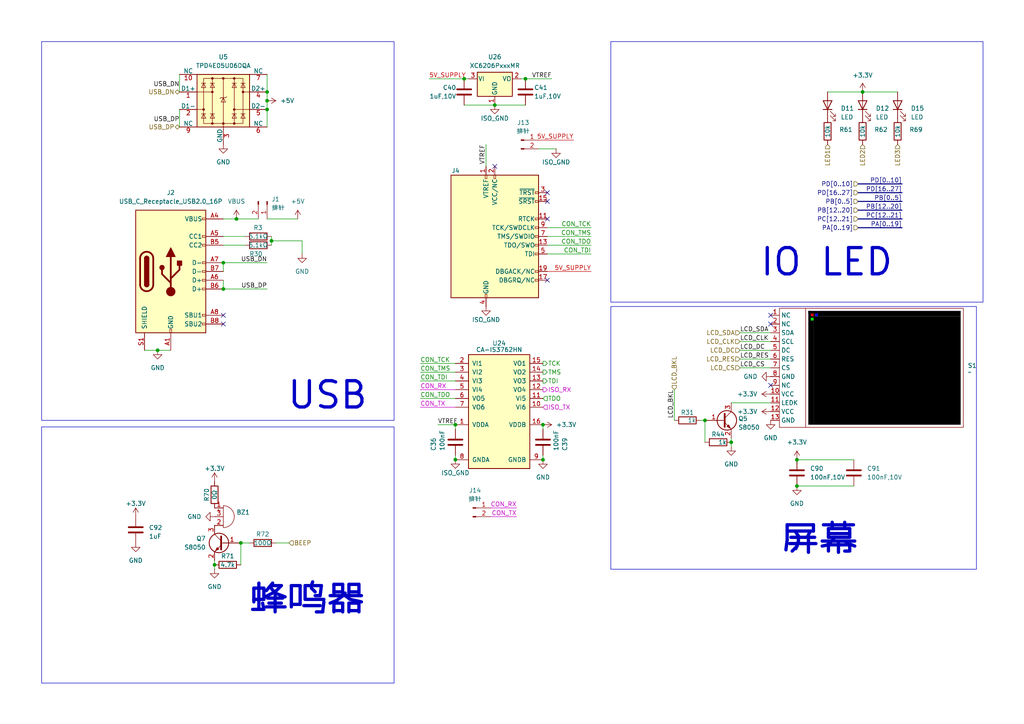
<source format=kicad_sch>
(kicad_sch (version 20250114) (generator "eeschema") (generator_version "9.0")
  (paper "A4")
  (title_block (title "HPM6P41_BuckBoost") (date "2025-05-05") (rev "4") (company "Author: Alipay"))
  (lib_symbols
    (symbol "+3.3V_1" (power) (pin_numbers (hide yes)) (pin_names (offset 0) (hide yes))
      (property "Value" "+3.3V" (at 0 3.556 0))
      (symbol "+3.3V_1_0_1"
        (polyline (pts (xy -0.762 1.27) (xy 0 2.54)))
        (polyline (pts (xy 0 2.54) (xy 0.762 1.27)))
        (polyline (pts (xy 0 0) (xy 0 2.54)))
      )
      (symbol "+3.3V_1_1_1"
        (pin power_in line (at 0 0 90) (length 0) (name "~") (number "1"))
      )
    )
    (symbol "1MyModules:1.14inchLCD"
      (property "Reference" "S" (at 5.588 3.81 90))
      (symbol "1.14inchLCD_0_1"
        (rectangle (start 0 5.842) (end 53.34 -28.702))
        (polyline (pts (xy 7.62 -28.702) (xy 7.62 5.842)))
      )
      (symbol "1.14inchLCD_1_1"
        (rectangle (start 8.382 5.08) (end 9.144 2.286) (stroke (width -0.0001)) (fill (type color) (color 0 0 0 1)))
        (rectangle (start 8.382 4.318) (end 11.176 5.08) (stroke (width -0.0001)) (fill (type color) (color 0 0 0 1)))
        (rectangle (start 8.382 2.286) (end 9.906 -27.94) (stroke (width -0.0001)) (fill (type color) (color 0 0 0 1)))
        (rectangle (start 9.144 4.318) (end 9.906 3.556) (stroke (width -0.0001)) (fill (type color) (color 255 0 0 1)))
        (rectangle (start 9.144 3.556) (end 9.906 3.048) (stroke (width -0.0001)) (fill (type color) (color 0 0 0 1)))
        (rectangle (start 9.144 3.048) (end 9.906 2.286) (stroke (width -0.0001)) (fill (type color) (color 0 255 0 1)))
        (rectangle (start 9.906 3.556) (end 10.414 4.318) (stroke (width -0.0001)) (fill (type color) (color 0 0 0 1)))
        (rectangle (start 9.906 3.556) (end 52.578 -27.94) (stroke (width -0.0001)) (fill (type color) (color 0 0 0 1)))
        (rectangle (start 10.414 4.318) (end 11.176 3.556) (stroke (width -0.0001)) (fill (type color) (color 0 0 255 1)))
        (rectangle (start 11.176 5.08) (end 52.578 3.556) (stroke (width -0.0001)) (fill (type color) (color 0 0 0 1)))
        (pin passive line (at -2.54 3.81 0) (length 2.54) (name "NC") (number "1"))
        (pin passive line (at -2.54 1.27 0) (length 2.54) (name "NC") (number "2"))
        (pin input line (at -2.54 -1.27 0) (length 2.54) (name "SDA") (number "3"))
        (pin input line (at -2.54 -3.81 0) (length 2.54) (name "SCL") (number "4"))
        (pin input line (at -2.54 -6.35 0) (length 2.54) (name "DC") (number "5"))
        (pin input line (at -2.54 -8.89 0) (length 2.54) (name "RES") (number "6"))
        (pin input line (at -2.54 -11.43 0) (length 2.54) (name "CS") (number "7"))
        (pin power_in line (at -2.54 -13.97 0) (length 2.54) (name "GND") (number "8"))
        (pin passive line (at -2.54 -16.51 0) (length 2.54) (name "NC") (number "9"))
        (pin power_in line (at -2.54 -19.05 0) (length 2.54) (name "VCC") (number "10"))
        (pin power_in line (at -2.54 -21.59 0) (length 2.54) (name "LEDK") (number "11"))
        (pin power_in line (at -2.54 -24.13 0) (length 2.54) (name "VCC") (number "12"))
        (pin power_in line (at -2.54 -26.67 0) (length 2.54) (name "GND") (number "13"))
      )
    )
    (symbol "1MyRandom:S8050" (pin_names (offset 0) (hide yes))
      (property "Reference" "Q1" (at 5.08 0.635 0))
      (property "Value" "S8050" (at 5.08 -1.905 0))
      (symbol "S8050_0_1"
        (polyline (pts (xy 0 0) (xy 0.635 0)))
        (polyline (pts (xy 0.635 1.905) (xy 0.635 -1.905) (xy 0.635 -1.905)) (stroke (width 0.508)))
        (polyline (pts (xy 0.635 0.635) (xy 2.54 2.54)))
        (polyline (pts (xy 0.635 -0.635) (xy 2.54 -2.54) (xy 2.54 -2.54)))
        (circle (center 1.27 0) (radius 2.8194) (stroke (width 0.254)))
        (polyline (pts (xy 1.27 -1.778) (xy 1.778 -1.27) (xy 2.286 -2.286) (xy 1.27 -1.778) (xy 1.27 -1.778)) (fill (type outline)))
      )
      (symbol "S8050_1_1"
        (pin input line (at -5.08 0 0) (length 5.08) (name "B") (number "1"))
        (pin passive line (at 2.54 5.08 270) (length 2.54) (name "C") (number "3"))
        (pin passive line (at 2.54 -5.08 90) (length 2.54) (name "E") (number "2"))
      )
    )
    (symbol "1MySymblesFromLCSC:Buzzer_DummyPIn3" (pin_names (offset 0.0254) (hide yes))
      (property "Reference" "BZ" (at 3.81 1.27 0))
      (property "Value" "Buzzer_DummyPIn3" (at 3.81 -1.27 0))
      (symbol "Buzzer_DummyPIn3_0_1"
        (polyline (pts (xy -1.651 1.905) (xy -1.143 1.905)))
        (polyline (pts (xy -1.397 2.159) (xy -1.397 1.651)))
        (arc (start 0 3.175) (mid 3.1612 0) (end 0 -3.175))
        (polyline (pts (xy 0 3.175) (xy 0 -3.175)))
      )
      (symbol "Buzzer_DummyPIn3_1_1"
        (pin passive line (at -2.54 2.54 0) (length 2.54) (name "+") (number "1"))
        (pin passive line (at -2.54 0 0) (length 2.54) (name "DUM") (number "3"))
        (pin passive line (at -2.54 -2.54 0) (length 2.54) (name "-") (number "2"))
      )
    )
    (symbol "CA-IS3762HN:CA-IS3762HN" (pin_names (offset 1.0142))
      (property "Reference" "U24" (at 0 19.812 0))
      (property "Value" "CA-IS3762HN" (at 0 17.9577 0))
      (symbol "CA-IS3762HN_1_1"
        (rectangle (start -8.89 -16.51) (end 8.89 16.51) (stroke (width 0.254)) (fill (type background)))
        (pin passive line (at -12.7 13.97 0) (length 3.81) (name "VI1") (number "2"))
        (pin passive line (at -12.7 11.43 0) (length 3.81) (name "VI2") (number "3"))
        (pin passive line (at -12.7 8.89 0) (length 3.81) (name "VI3") (number "4"))
        (pin passive line (at -12.7 6.35 0) (length 3.81) (name "VI4") (number "5"))
        (pin passive line (at -12.7 3.81 0) (length 3.81) (name "VO5") (number "6"))
        (pin passive line (at -12.7 1.27 0) (length 3.81) (name "VO6") (number "7"))
        (pin passive line (at -12.7 -3.81 0) (length 3.81) (name "VDDA") (number "1"))
        (pin passive line (at -12.7 -13.97 0) (length 3.81) (name "GNDA") (number "8"))
        (pin passive line (at 12.7 13.97 180) (length 3.81) (name "VO1") (number "15"))
        (pin passive line (at 12.7 11.43 180) (length 3.81) (name "VO2") (number "14"))
        (pin passive line (at 12.7 8.89 180) (length 3.81) (name "VO3") (number "13"))
        (pin passive line (at 12.7 6.35 180) (length 3.81) (name "VO4") (number "12"))
        (pin passive line (at 12.7 3.81 180) (length 3.81) (name "VI5") (number "11"))
        (pin passive line (at 12.7 1.27 180) (length 3.81) (name "VI6") (number "10"))
        (pin passive line (at 12.7 -3.81 180) (length 3.81) (name "VDDB") (number "16"))
        (pin passive line (at 12.7 -13.97 180) (length 3.81) (name "GNDB") (number "9"))
      )
    )
    (symbol "Connector:Conn_01x02_Pin" (pin_names (offset 1.016) (hide yes))
      (property "Reference" "J" (at 0 2.54 0))
      (property "Value" "Conn_01x02_Pin" (at 0 -5.08 0))
      (symbol "Conn_01x02_Pin_1_1"
        (rectangle (start 0.8636 0.127) (end 0 -0.127) (stroke (width 0.1524)) (fill (type outline)))
        (rectangle (start 0.8636 -2.413) (end 0 -2.667) (stroke (width 0.1524)) (fill (type outline)))
        (polyline (pts (xy 1.27 0) (xy 0.8636 0)) (stroke (width 0.1524)))
        (polyline (pts (xy 1.27 -2.54) (xy 0.8636 -2.54)) (stroke (width 0.1524)))
        (pin passive line (at 5.08 0 180) (length 3.81) (name "Pin_1") (number "1"))
        (pin passive line (at 5.08 -2.54 180) (length 3.81) (name "Pin_2") (number "2"))
      )
    )
    (symbol "Connector:Conn_ARM_JTAG_SWD_20" (pin_names (offset 1.016))
      (property "Reference" "J" (at -5.08 21.59 0))
      (property "Value" "Conn_ARM_JTAG_SWD_20" (at -5.08 19.05 0))
      (symbol "Conn_ARM_JTAG_SWD_20_0_1"
        (rectangle (start -12.7 17.78) (end 12.7 -17.78) (stroke (width 0.254)) (fill (type background)))
        (rectangle (start -2.794 17.78) (end -2.286 16.764))
        (rectangle (start -2.794 -17.78) (end -2.286 -16.764))
        (rectangle (start -0.254 17.78) (end 0.254 16.764))
        (rectangle (start 11.684 2.286) (end 12.7 2.794))
        (rectangle (start 12.7 12.954) (end 11.684 12.446))
        (rectangle (start 12.7 10.414) (end 11.684 9.906))
        (rectangle (start 12.7 4.826) (end 11.684 5.334))
        (rectangle (start 12.7 -0.254) (end 11.684 0.254))
        (rectangle (start 12.7 -2.794) (end 11.684 -2.286))
        (rectangle (start 12.7 -9.906) (end 11.684 -10.414))
        (rectangle (start 12.7 -12.446) (end 11.684 -12.954))
      )
      (symbol "Conn_ARM_JTAG_SWD_20_1_1"
        (rectangle (start 11.684 -5.334) (end 12.7 -4.826))
        (pin power_in line (at -2.54 20.32 270) (length 2.54) (name "VTREF") (number "1"))
        (pin passive line (at -2.54 -20.32 90) (length 2.54) (hide yes) (name "GND") (number "10"))
        (pin passive line (at -2.54 -20.32 90) (length 2.54) (hide yes) (name "GND") (number "12"))
        (pin passive line (at -2.54 -20.32 90) (length 2.54) (hide yes) (name "GND") (number "14"))
        (pin passive line (at -2.54 -20.32 90) (length 2.54) (hide yes) (name "GND") (number "16"))
        (pin passive line (at -2.54 -20.32 90) (length 2.54) (hide yes) (name "GND") (number "18"))
        (pin passive line (at -2.54 -20.32 90) (length 2.54) (hide yes) (name "GND") (number "20"))
        (pin power_in line (at -2.54 -20.32 90) (length 2.54) (name "GND") (number "4"))
        (pin passive line (at -2.54 -20.32 90) (length 2.54) (hide yes) (name "GND") (number "6"))
        (pin passive line (at -2.54 -20.32 90) (length 2.54) (hide yes) (name "GND") (number "8"))
        (pin power_in line (at 0 20.32 270) (length 2.54) (name "VCC/NC") (number "2"))
        (pin output line (at 15.24 12.7 180) (length 2.54) (name "~{TRST}") (number "3"))
        (pin bidirectional line (at 15.24 10.16 180) (length 2.54) (name "~{SRST}") (number "15"))
        (pin input line (at 15.24 5.08 180) (length 2.54) (name "RTCK") (number "11"))
        (pin output line (at 15.24 2.54 180) (length 2.54) (name "TCK/SWDCLK") (number "9"))
        (pin output line (at 15.24 0 180) (length 2.54) (name "TMS/SWDIO") (number "7"))
        (pin input line (at 15.24 -2.54 180) (length 2.54) (name "TDO/SWO") (number "13"))
        (pin output line (at 15.24 -5.08 180) (length 2.54) (name "TDI") (number "5"))
        (pin input line (at 15.24 -10.16 180) (length 2.54) (name "DBGACK/NC") (number "19"))
        (pin output line (at 15.24 -12.7 180) (length 2.54) (name "DBGRQ/NC") (number "17"))
      )
    )
    (symbol "Connector:USB_C_Receptacle_USB2.0_16P" (pin_names (offset 1.016))
      (property "Reference" "J" (at 0 22.225 0))
      (property "Value" "USB_C_Receptacle_USB2.0_16P" (at 0 19.685 0))
      (symbol "USB_C_Receptacle_USB2.0_16P_0_0"
        (rectangle (start -0.254 -17.78) (end 0.254 -16.764))
        (rectangle (start 10.16 15.494) (end 9.144 14.986))
        (rectangle (start 10.16 10.414) (end 9.144 9.906))
        (rectangle (start 10.16 7.874) (end 9.144 7.366))
        (rectangle (start 10.16 2.794) (end 9.144 2.286))
        (rectangle (start 10.16 0.254) (end 9.144 -0.254))
        (rectangle (start 10.16 -2.286) (end 9.144 -2.794))
        (rectangle (start 10.16 -4.826) (end 9.144 -5.334))
        (rectangle (start 10.16 -12.446) (end 9.144 -12.954))
        (rectangle (start 10.16 -14.986) (end 9.144 -15.494))
      )
      (symbol "USB_C_Receptacle_USB2.0_16P_0_1"
        (rectangle (start -10.16 17.78) (end 10.16 -17.78) (stroke (width 0.254)) (fill (type background)))
        (polyline (pts (xy -8.89 -3.81) (xy -8.89 3.81)) (stroke (width 0.508)))
        (rectangle (start -7.62 -3.81) (end -6.35 3.81) (stroke (width 0.254)) (fill (type outline)))
        (arc (start -7.62 3.81) (mid -6.985 4.4423) (end -6.35 3.81) (stroke (width 0.254)))
        (arc (start -7.62 3.81) (mid -6.985 4.4423) (end -6.35 3.81) (stroke (width 0.254)) (fill (type outline)))
        (arc (start -8.89 3.81) (mid -6.985 5.7067) (end -5.08 3.81) (stroke (width 0.508)))
        (arc (start -5.08 -3.81) (mid -6.985 -5.7067) (end -8.89 -3.81) (stroke (width 0.508)))
        (arc (start -6.35 -3.81) (mid -6.985 -4.4423) (end -7.62 -3.81) (stroke (width 0.254)))
        (arc (start -6.35 -3.81) (mid -6.985 -4.4423) (end -7.62 -3.81) (stroke (width 0.254)) (fill (type outline)))
        (polyline (pts (xy -5.08 3.81) (xy -5.08 -3.81)) (stroke (width 0.508)))
        (circle (center -2.54 1.143) (radius 0.635) (stroke (width 0.254)) (fill (type outline)))
        (polyline (pts (xy -1.27 4.318) (xy 0 6.858) (xy 1.27 4.318) (xy -1.27 4.318)) (stroke (width 0.254)) (fill (type outline)))
        (polyline (pts (xy 0 -2.032) (xy 2.54 0.508) (xy 2.54 1.778)) (stroke (width 0.508)))
        (polyline (pts (xy 0 -3.302) (xy -2.54 -0.762) (xy -2.54 0.508)) (stroke (width 0.508)))
        (polyline (pts (xy 0 -5.842) (xy 0 4.318)) (stroke (width 0.508)))
        (circle (center 0 -5.842) (radius 1.27) (fill (type outline)))
        (rectangle (start 1.905 1.778) (end 3.175 3.048) (stroke (width 0.254)) (fill (type outline)))
      )
      (symbol "USB_C_Receptacle_USB2.0_16P_1_1"
        (pin passive line (at -7.62 -22.86 90) (length 5.08) (name "SHIELD") (number "S1"))
        (pin passive line (at 0 -22.86 90) (length 5.08) (name "GND") (number "A1"))
        (pin passive line (at 0 -22.86 90) (length 5.08) (hide yes) (name "GND") (number "A12"))
        (pin passive line (at 0 -22.86 90) (length 5.08) (hide yes) (name "GND") (number "B1"))
        (pin passive line (at 0 -22.86 90) (length 5.08) (hide yes) (name "GND") (number "B12"))
        (pin passive line (at 15.24 15.24 180) (length 5.08) (name "VBUS") (number "A4"))
        (pin passive line (at 15.24 15.24 180) (length 5.08) (hide yes) (name "VBUS") (number "A9"))
        (pin passive line (at 15.24 15.24 180) (length 5.08) (hide yes) (name "VBUS") (number "B4"))
        (pin passive line (at 15.24 15.24 180) (length 5.08) (hide yes) (name "VBUS") (number "B9"))
        (pin bidirectional line (at 15.24 10.16 180) (length 5.08) (name "CC1") (number "A5"))
        (pin bidirectional line (at 15.24 7.62 180) (length 5.08) (name "CC2") (number "B5"))
        (pin bidirectional line (at 15.24 2.54 180) (length 5.08) (name "D-") (number "A7"))
        (pin bidirectional line (at 15.24 0 180) (length 5.08) (name "D-") (number "B7"))
        (pin bidirectional line (at 15.24 -2.54 180) (length 5.08) (name "D+") (number "A6"))
        (pin bidirectional line (at 15.24 -5.08 180) (length 5.08) (name "D+") (number "B6"))
        (pin bidirectional line (at 15.24 -12.7 180) (length 5.08) (name "SBU1") (number "A8"))
        (pin bidirectional line (at 15.24 -15.24 180) (length 5.08) (name "SBU2") (number "B8"))
      )
    )
    (symbol "Device:C" (pin_numbers (hide yes)) (pin_names (offset 0.254))
      (property "Reference" "C" (at 0.635 2.54 0))
      (property "Value" "C" (at 0.635 -2.54 0))
      (symbol "C_0_1"
        (polyline (pts (xy -2.032 0.762) (xy 2.032 0.762)) (stroke (width 0.508)))
        (polyline (pts (xy -2.032 -0.762) (xy 2.032 -0.762)) (stroke (width 0.508)))
      )
      (symbol "C_1_1"
        (pin passive line (at 0 3.81 270) (length 2.794) (name "~") (number "1"))
        (pin passive line (at 0 -3.81 90) (length 2.794) (name "~") (number "2"))
      )
    )
    (symbol "Device:LED" (pin_numbers (hide yes)) (pin_names (offset 1.016) (hide yes))
      (property "Reference" "D" (at 0 2.54 0))
      (property "Value" "LED" (at 0 -2.54 0))
      (symbol "LED_0_1"
        (polyline (pts (xy -3.048 -0.762) (xy -4.572 -2.286) (xy -3.81 -2.286) (xy -4.572 -2.286) (xy -4.572 -1.524)))
        (polyline (pts (xy -1.778 -0.762) (xy -3.302 -2.286) (xy -2.54 -2.286) (xy -3.302 -2.286) (xy -3.302 -1.524)))
        (polyline (pts (xy -1.27 0) (xy 1.27 0)))
        (polyline (pts (xy -1.27 -1.27) (xy -1.27 1.27)) (stroke (width 0.254)))
        (polyline (pts (xy 1.27 -1.27) (xy 1.27 1.27) (xy -1.27 0) (xy 1.27 -1.27)) (stroke (width 0.254)))
      )
      (symbol "LED_1_1"
        (pin passive line (at -3.81 0 0) (length 2.54) (name "K") (number "1"))
        (pin passive line (at 3.81 0 180) (length 2.54) (name "A") (number "2"))
      )
    )
    (symbol "Device:R" (pin_numbers (hide yes)) (pin_names (offset 0))
      (property "Reference" "R" (at 2.032 0 90))
      (property "Value" "R" (at 0 0 90))
      (symbol "R_0_1"
        (rectangle (start -1.016 -2.54) (end 1.016 2.54) (stroke (width 0.254)))
      )
      (symbol "R_1_1"
        (pin passive line (at 0 3.81 270) (length 1.27) (name "~") (number "1"))
        (pin passive line (at 0 -3.81 90) (length 1.27) (name "~") (number "2"))
      )
    )
    (symbol "GND_1" (power) (pin_numbers (hide yes)) (pin_names (offset 0) (hide yes))
      (property "Value" "GND" (at 0 -3.81 0))
      (symbol "GND_1_0_1"
        (polyline (pts (xy 0 0) (xy 0 -1.27) (xy 1.27 -1.27) (xy 0 -2.54) (xy -1.27 -1.27) (xy 0 -1.27)))
      )
      (symbol "GND_1_1_1"
        (pin power_in line (at 0 0 270) (length 0) (name "~") (number "1"))
      )
    )
    (symbol "GND_2" (power) (pin_numbers (hide yes)) (pin_names (offset 0) (hide yes))
      (property "Value" "GND" (at 0 -3.81 0))
      (symbol "GND_2_0_1"
        (polyline (pts (xy 0 0) (xy 0 -1.27) (xy 1.27 -1.27) (xy 0 -2.54) (xy -1.27 -1.27) (xy 0 -1.27)))
      )
      (symbol "GND_2_1_1"
        (pin power_in line (at 0 0 270) (length 0) (name "~") (number "1"))
      )
    )
    (symbol "Power_Protection:TPD4E05U06DQA" (pin_names (offset 0))
      (property "Reference" "U" (at -0.635 8.89 0))
      (property "Value" "TPD4E05U06DQA" (at 1.905 -10.16 0))
      (symbol "TPD4E05U06DQA_0_0"
        (rectangle (start -5.715 6.477) (end 5.715 -6.604))
        (polyline (pts (xy -3.175 -6.604) (xy -3.175 6.477)))
        (polyline (pts (xy 0 6.477) (xy 0 -6.604)))
        (polyline (pts (xy 3.175 6.477) (xy 3.175 -6.604)))
      )
      (symbol "TPD4E05U06DQA_0_1"
        (polyline (pts (xy -7.747 2.54) (xy -3.175 2.54)))
        (rectangle (start -7.62 7.62) (end 7.62 -7.62) (stroke (width 0.254)) (fill (type background)))
        (polyline (pts (xy -7.62 -2.54) (xy -5.715 -2.54)))
        (circle (center -5.715 -2.54) (radius 0.2794) (fill (type outline)))
        (polyline (pts (xy -5.08 5.08) (xy -6.35 5.08)))
        (polyline (pts (xy -5.08 3.81) (xy -6.35 3.81) (xy -5.715 5.08) (xy -5.08 3.81)))
        (polyline (pts (xy -5.08 -3.81) (xy -6.35 -3.81)))
        (polyline (pts (xy -5.08 -5.08) (xy -6.35 -5.08) (xy -5.715 -3.81) (xy -5.08 -5.08)))
        (circle (center -3.175 6.477) (radius 0.2794) (fill (type outline)))
        (circle (center -3.175 2.54) (radius 0.2794) (fill (type outline)))
        (circle (center -3.175 -6.604) (radius 0.2794) (fill (type outline)))
        (polyline (pts (xy -2.54 5.08) (xy -3.81 5.08)))
        (polyline (pts (xy -2.54 3.81) (xy -3.81 3.81) (xy -3.175 5.08) (xy -2.54 3.81)))
        (polyline (pts (xy -2.54 -3.81) (xy -3.81 -3.81)))
        (polyline (pts (xy -2.54 -5.08) (xy -3.81 -5.08) (xy -3.175 -3.81) (xy -2.54 -5.08)))
        (polyline (pts (xy -0.635 0.889) (xy -1.016 0.635)))
        (circle (center 0 6.477) (radius 0.2794) (fill (type outline)))
        (polyline (pts (xy 0 -6.604) (xy 0 -7.62)))
        (circle (center 0 -6.604) (radius 0.2794) (fill (type outline)))
        (polyline (pts (xy 0.635 0.889) (xy -0.635 0.889)))
        (polyline (pts (xy 0.635 0.889) (xy 1.016 1.143)))
        (polyline (pts (xy 0.635 -0.381) (xy -0.635 -0.381) (xy 0 0.889) (xy 0.635 -0.381)))
        (circle (center 3.175 6.477) (radius 0.2794) (fill (type outline)))
        (circle (center 3.175 -2.54) (radius 0.2794) (fill (type outline)))
        (circle (center 3.175 -6.604) (radius 0.2794) (fill (type outline)))
        (polyline (pts (xy 3.81 5.08) (xy 2.54 5.08)))
        (polyline (pts (xy 3.81 3.81) (xy 2.54 3.81) (xy 3.175 5.08) (xy 3.81 3.81)))
        (polyline (pts (xy 3.81 -3.81) (xy 2.54 -3.81)))
        (polyline (pts (xy 3.81 -5.08) (xy 2.54 -5.08) (xy 3.175 -3.81) (xy 3.81 -5.08)))
        (circle (center 5.715 2.54) (radius 0.2794) (fill (type outline)))
        (polyline (pts (xy 6.35 5.08) (xy 5.08 5.08)))
        (polyline (pts (xy 6.35 3.81) (xy 5.08 3.81) (xy 5.715 5.08) (xy 6.35 3.81)))
        (polyline (pts (xy 6.35 -3.81) (xy 5.08 -3.81)))
        (polyline (pts (xy 6.35 -5.08) (xy 5.08 -5.08) (xy 5.715 -3.81) (xy 6.35 -5.08)))
        (polyline (pts (xy 7.62 2.54) (xy 5.715 2.54)))
        (polyline (pts (xy 7.62 -2.54) (xy 3.175 -2.54)))
      )
      (symbol "TPD4E05U06DQA_1_1"
        (pin free line (at -12.7 7.62 0) (length 5.08) (name "NC") (number "10"))
        (pin passive line (at -12.7 2.54 0) (length 5.08) (name "D1+") (number "1"))
        (pin passive line (at -12.7 -2.54 0) (length 5.08) (name "D1-") (number "2"))
        (pin free line (at -12.7 -7.62 0) (length 5.08) (name "NC") (number "9"))
        (pin power_in line (at 0 -12.7 90) (length 5.08) (name "GND") (number "3"))
        (pin passive line (at 0 -12.7 90) (length 5.08) (hide yes) (name "GND") (number "8"))
        (pin free line (at 12.7 7.62 180) (length 5.08) (name "NC") (number "7"))
        (pin passive line (at 12.7 2.54 180) (length 5.08) (name "D2+") (number "4"))
        (pin passive line (at 12.7 -2.54 180) (length 5.08) (name "D2-") (number "5"))
        (pin free line (at 12.7 -7.62 180) (length 5.08) (name "NC") (number "6"))
      )
    )
    (symbol "Regulator_Linear:XC6206PxxxMR" (pin_names (offset 0.254))
      (property "Reference" "U" (at -3.81 3.175 0))
      (property "Value" "XC6206PxxxMR" (at 0 3.175 0))
      (symbol "XC6206PxxxMR_0_1"
        (rectangle (start -5.08 1.905) (end 5.08 -5.08) (stroke (width 0.254)) (fill (type background)))
      )
      (symbol "XC6206PxxxMR_1_1"
        (pin power_in line (at -7.62 0 0) (length 2.54) (name "VI") (number "3"))
        (pin power_in line (at 0 -7.62 90) (length 2.54) (name "GND") (number "1"))
        (pin power_out line (at 7.62 0 180) (length 2.54) (name "VO") (number "2"))
      )
    )
    (symbol "power:+3.3V" (power) (pin_names (offset 0))
      (property "Value" "+3.3V" (at 0 3.556 0))
      (symbol "+3.3V_0_1"
        (polyline (pts (xy -0.762 1.27) (xy 0 2.54)))
        (polyline (pts (xy 0 2.54) (xy 0.762 1.27)))
        (polyline (pts (xy 0 0) (xy 0 2.54)))
      )
      (symbol "+3.3V_1_1"
        (pin power_in line (at 0 0 90) (length 0) (hide yes) (name "+3.3V") (number "1"))
      )
    )
    (symbol "power:+3.3VP" (power) (pin_numbers (hide yes)) (pin_names (offset 0) (hide yes))
      (property "Value" "+3.3VP" (at 0 3.556 0))
      (symbol "+3.3VP_0_0"
        (pin power_in line (at 0 0 90) (length 0) (name "~") (number "1"))
      )
      (symbol "+3.3VP_0_1"
        (polyline (pts (xy -0.762 1.27) (xy 0 2.54)))
        (polyline (pts (xy 0 2.54) (xy 0.762 1.27)))
        (polyline (pts (xy 0 0) (xy 0 2.54)))
      )
    )
    (symbol "power:+5V" (power) (pin_numbers (hide yes)) (pin_names (offset 0) (hide yes))
      (property "Value" "+5V" (at 0 3.556 0))
      (symbol "+5V_0_1"
        (polyline (pts (xy -0.762 1.27) (xy 0 2.54)))
        (polyline (pts (xy 0 2.54) (xy 0.762 1.27)))
        (polyline (pts (xy 0 0) (xy 0 2.54)))
      )
      (symbol "+5V_1_1"
        (pin power_in line (at 0 0 90) (length 0) (name "~") (number "1"))
      )
    )
    (symbol "power:VBUS" (power) (pin_numbers (hide yes)) (pin_names (offset 0) (hide yes))
      (property "Value" "VBUS" (at 0 3.556 0))
      (symbol "VBUS_0_1"
        (polyline (pts (xy -0.762 1.27) (xy 0 2.54)))
        (polyline (pts (xy 0 2.54) (xy 0.762 1.27)))
        (polyline (pts (xy 0 0) (xy 0 2.54)))
      )
      (symbol "VBUS_1_1"
        (pin power_in line (at 0 0 90) (length 0) (name "~") (number "1"))
      )
    )
  )
  (rectangle (start 177.165 88.9) (end 283.21 165.1))
  (rectangle (start 12.065 123.825) (end 114.3 198.12))
  (rectangle (start 12.065 12.065) (end 114.3 121.92))
  (rectangle (start 177.165 12.065) (end 285.115 87.63))
  (text "IO LED" (at 239.776 76.2 0) (effects (font (size 7.62 7.62) (thickness 0.9525))))
  (text "USB" (at 94.996 114.808 0) (effects (font (size 7.62 7.62) (thickness 0.9525))))
  (text "蜂鸣器" (at 89.408 174.244 0) (effects (font (size 7.62 7.62) (thickness 0.9525))))
  (text "屏幕" (at 237.744 156.972 0) (effects (font (size 7.62 7.62) (thickness 0.9525))))
  (junction (at 64.77 76.2))
  (junction (at 68.58 63.5))
  (junction (at 69.85 157.48))
  (junction (at 62.23 163.83))
  (junction (at 77.47 29.21))
  (junction (at 212.09 128.27))
  (junction (at 250.19 26.67))
  (junction (at 231.14 140.97))
  (junction (at 77.47 31.75))
  (junction (at 134.62 22.86))
  (junction (at 78.74 69.85))
  (junction (at 204.47 121.92))
  (junction (at 77.47 26.67))
  (junction (at 45.72 101.6))
  (junction (at 64.77 83.82))
  (junction (at 157.48 133.35))
  (junction (at 143.51 30.48))
  (junction (at 132.08 133.3162))
  (junction (at 157.48 123.19))
  (junction (at 132.08 123.19))
  (junction (at 152.4 22.86))
  (junction (at 231.14 133.35))
  (no_connect (at 143.51 48.26))
  (no_connect (at 64.77 93.98))
  (no_connect (at 64.77 91.44))
  (no_connect (at 158.75 55.88))
  (no_connect (at 223.52 111.76))
  (no_connect (at 158.75 63.5))
  (no_connect (at 158.75 58.42))
  (no_connect (at 158.75 81.28))
  (no_connect (at 223.52 91.44))
  (no_connect (at 223.52 93.98))
  (wire (pts (xy 171.45 71.12) (xy 158.75 71.12)))
  (wire (pts (xy 160.02 22.86) (xy 152.4 22.86)))
  (wire (pts (xy 121.92 113.03) (xy 132.08 113.03)) (stroke (width 0) (color 194 0 194 1)))
  (wire (pts (xy 214.63 96.52) (xy 223.52 96.52)))
  (wire (pts (xy 121.92 105.41) (xy 132.08 105.41)))
  (bus (pts (xy 248.92 58.42) (xy 261.62 58.42)))
  (wire (pts (xy 127 123.19) (xy 132.08 123.19)))
  (wire (pts (xy 121.92 110.49) (xy 132.08 110.49)))
  (wire (pts (xy 77.47 29.21) (xy 77.47 31.75)))
  (wire (pts (xy 231.14 140.97) (xy 247.65 140.97)))
  (wire (pts (xy 78.74 68.58) (xy 78.74 69.85)))
  (wire (pts (xy 121.92 115.57) (xy 132.08 115.57)))
  (wire (pts (xy 134.62 30.48) (xy 143.51 30.48)))
  (wire (pts (xy 212.09 116.84) (xy 223.52 116.84)))
  (wire (pts (xy 64.77 81.28) (xy 64.77 83.82)))
  (wire (pts (xy 62.23 163.83) (xy 62.23 162.56)))
  (wire (pts (xy 143.51 30.48) (xy 152.4 30.48)))
  (bus (pts (xy 248.92 66.04) (xy 261.62 66.04)))
  (wire (pts (xy 240.03 26.67) (xy 250.19 26.67)))
  (wire (pts (xy 158.75 78.74) (xy 171.45 78.74)) (stroke (width 0) (color 194 0 0 1)))
  (wire (pts (xy 64.77 63.5) (xy 68.58 63.5)))
  (wire (pts (xy 78.74 69.85) (xy 87.63 69.85)))
  (wire (pts (xy 214.63 106.68) (xy 223.52 106.68)))
  (wire (pts (xy 64.77 76.2) (xy 64.77 78.74)))
  (wire (pts (xy 87.63 69.85) (xy 87.63 73.66)))
  (bus (pts (xy 248.92 63.5) (xy 261.62 63.5)))
  (wire (pts (xy 156.21 43.18) (xy 161.29 43.18)))
  (wire (pts (xy 77.47 76.2) (xy 64.77 76.2)))
  (wire (pts (xy 62.23 165.1) (xy 62.23 163.83)))
  (wire (pts (xy 157.48 123.19) (xy 157.48 124.46)))
  (wire (pts (xy 121.92 118.11) (xy 132.08 118.11)) (stroke (width 0) (color 194 0 194 1)))
  (wire (pts (xy 77.47 31.75) (xy 77.47 36.83)))
  (wire (pts (xy 52.07 21.59) (xy 52.07 26.67)))
  (wire (pts (xy 41.91 101.6) (xy 45.72 101.6)))
  (wire (pts (xy 171.45 68.58) (xy 158.75 68.58)))
  (wire (pts (xy 64.77 71.12) (xy 71.12 71.12)))
  (wire (pts (xy 52.07 31.75) (xy 52.07 36.83)))
  (wire (pts (xy 45.72 101.6) (xy 49.53 101.6)))
  (wire (pts (xy 124.46 22.86) (xy 134.62 22.86)))
  (wire (pts (xy 80.01 157.48) (xy 83.82 157.48)))
  (wire (pts (xy 64.77 68.58) (xy 71.12 68.58)))
  (wire (pts (xy 157.48 132.08) (xy 157.48 133.35)))
  (wire (pts (xy 132.08 133.3162) (xy 132.08 133.35)))
  (wire (pts (xy 212.09 128.27) (xy 212.09 127)))
  (wire (pts (xy 140.97 41.91) (xy 140.97 48.26)))
  (wire (pts (xy 149.86 149.86) (xy 142.24 149.86)) (stroke (width 0) (color 194 0 194 1)))
  (wire (pts (xy 132.08 123.19) (xy 132.08 124.46)))
  (wire (pts (xy 69.85 157.48) (xy 72.39 157.48)))
  (wire (pts (xy 77.47 21.59) (xy 77.47 26.67)))
  (wire (pts (xy 231.14 133.35) (xy 247.65 133.35)))
  (wire (pts (xy 77.47 26.67) (xy 77.47 29.21)))
  (bus (pts (xy 248.92 53.34) (xy 261.62 53.34)))
  (wire (pts (xy 214.63 101.6) (xy 223.52 101.6)))
  (wire (pts (xy 250.19 26.67) (xy 260.35 26.67)))
  (wire (pts (xy 68.58 63.5) (xy 74.93 63.5)))
  (wire (pts (xy 132.08 132.08) (xy 132.08 133.3162)))
  (wire (pts (xy 214.63 104.14) (xy 223.52 104.14)))
  (wire (pts (xy 149.86 147.32) (xy 142.24 147.32)) (stroke (width 0) (color 194 0 194 1)))
  (wire (pts (xy 166.37 40.64) (xy 156.21 40.64)) (stroke (width 0) (color 194 0 0 1)))
  (wire (pts (xy 77.47 83.82) (xy 64.77 83.82)))
  (bus (pts (xy 248.92 55.88) (xy 261.62 55.88)))
  (wire (pts (xy 171.45 73.66) (xy 158.75 73.66)))
  (wire (pts (xy 204.47 121.92) (xy 204.47 128.27)))
  (wire (pts (xy 171.45 66.04) (xy 158.75 66.04)))
  (wire (pts (xy 78.74 69.85) (xy 78.74 71.12)))
  (wire (pts (xy 134.62 22.86) (xy 135.89 22.86)))
  (wire (pts (xy 203.2 121.92) (xy 204.47 121.92)))
  (wire (pts (xy 69.85 163.83) (xy 69.85 157.48)))
  (wire (pts (xy 214.63 99.06) (xy 223.52 99.06)))
  (wire (pts (xy 152.4 22.86) (xy 151.13 22.86)))
  (wire (pts (xy 231.14 134.62) (xy 231.14 133.35)))
  (bus (pts (xy 248.92 60.96) (xy 261.62 60.96)))
  (wire (pts (xy 212.09 129.54) (xy 212.09 128.27)))
  (wire (pts (xy 121.92 107.95) (xy 132.08 107.95)))
  (wire (pts (xy 77.47 63.5) (xy 86.36 63.5)))
  (wire (pts (xy 195.58 113.03) (xy 195.58 121.92)))
  (label "5V_SUPPLY" (at 171.45 78.74 180))
  (label "5V_SUPPLY" (at 166.37 40.64 180))
  (label "USB_DP" (at 77.47 83.82 180))
  (label "LCD_SDA" (at 214.63 96.52 0))
  (label "PD[16..27]" (at 261.62 55.88 180))
  (label "LCD_CS" (at 214.63 106.68 0))
  (label "CON_RX" (at 121.92 113.03 0))
  (label "PA[0..19]" (at 261.62 66.04 180))
  (label "PC[12..21]" (at 261.62 63.5 180))
  (label "CON_TCK" (at 121.92 105.41 0))
  (label "LCD_RES" (at 214.63 104.14 0))
  (label "PB[12..20]" (at 261.62 60.96 180))
  (label "CON_TDO" (at 121.92 115.57 0))
  (label "5V_SUPPLY" (at 124.46 22.86 0))
  (label "USB_DN" (at 77.47 76.2 180))
  (label "CON_TDO" (at 171.45 71.12 180))
  (label "LCD_DC" (at 214.63 101.6 0))
  (label "CON_TX" (at 149.86 149.86 180))
  (label "CON_TCK" (at 171.45 66.04 180))
  (label "CON_TDI" (at 121.92 110.49 0))
  (label "PB[0..5]" (at 261.62 58.42 180))
  (label "USB_DP" (at 52.07 35.56 180))
  (label "CON_TDI" (at 171.45 73.66 180))
  (label "CON_TMS" (at 121.92 107.95 0))
  (label "VTREF" (at 160.02 22.86 180))
  (label "VTREF" (at 140.97 41.91 270))
  (label "LCD_BKL" (at 195.58 113.03 270))
  (label "LCD_CLK" (at 214.63 99.06 0))
  (label "VTREF" (at 127 123.19 0))
  (label "CON_TX" (at 121.92 118.11 0))
  (label "USB_DN" (at 52.07 25.4 180))
  (label "CON_TMS" (at 171.45 68.58 180))
  (label "PD[0..10]" (at 261.62 53.34 180))
  (label "CON_RX" (at 149.86 147.32 180))
  (hierarchical_label "PB[0..5]" (shape input) (at 248.92 58.42 180))
  (hierarchical_label "TCK" (shape output) (at 157.48 105.41 0))
  (hierarchical_label "ISO_TX" (shape input) (at 157.48 118.11 0))
  (hierarchical_label "PA[0..19]" (shape input) (at 248.92 66.04 180))
  (hierarchical_label "PC[12..21]" (shape input) (at 248.92 63.5 180))
  (hierarchical_label "LCD_DC" (shape input) (at 214.63 101.6 180))
  (hierarchical_label "LCD_CS" (shape input) (at 214.63 106.68 180))
  (hierarchical_label "PD[0..10]" (shape input) (at 248.92 53.34 180))
  (hierarchical_label "BEEP" (shape input) (at 83.82 157.48 0))
  (hierarchical_label "PD[16..27]" (shape input) (at 248.92 55.88 180))
  (hierarchical_label "TMS" (shape output) (at 157.48 107.95 0))
  (hierarchical_label "LED2" (shape input) (at 250.19 41.91 270))
  (hierarchical_label "USB_DP" (shape bidirectional) (at 52.07 36.83 180))
  (hierarchical_label "PB[12..20]" (shape input) (at 248.92 60.96 180))
  (hierarchical_label "ISO_RX" (shape output) (at 157.48 113.03 0))
  (hierarchical_label "LCD_BKL" (shape input) (at 195.58 113.03 90))
  (hierarchical_label "LED3" (shape input) (at 260.35 41.91 270))
  (hierarchical_label "TDI" (shape output) (at 157.48 110.49 0))
  (hierarchical_label "USB_DN" (shape bidirectional) (at 52.07 26.67 180))
  (hierarchical_label "LCD_RES" (shape input) (at 214.63 104.14 180))
  (hierarchical_label "LCD_CLK" (shape input) (at 214.63 99.06 180))
  (hierarchical_label "TDO" (shape input) (at 157.48 115.57 0))
  (hierarchical_label "LED1" (shape input) (at 240.03 41.91 270))
  (hierarchical_label "LCD_SDA" (shape input) (at 214.63 96.52 180))
  (symbol (lib_id "Device:R") (at 74.93 68.58 90) (mirror x) (unit 1)
    (property "Reference" "R3" (at 76.2 66.04 90) (effects (justify left)))
    (property "Value" "5.1kΩ" (at 74.93 68.58 90))
    (property "Footprint" "Resistor_SMD:R_0603_1608Metric" (effects (hide yes)))
  )
  (symbol (lib_id "Device:C") (at 39.37 153.67 0) (unit 1)
    (property "Reference" "C92" (at 43.18 153.035 0) (effects (justify left)))
    (property "Value" "1uF" (at 43.18 155.575 0) (effects (justify left)))
    (property "Footprint" "Capacitor_SMD:C_0603_1608Metric" (effects (hide yes)))
  )
  (symbol (lib_id "Device:R") (at 208.28 128.27 270) (unit 1)
    (property "Reference" "R44" (at 208.28 125.984 90))
    (property "Value" "1k" (at 209.55 128.27 90))
    (property "Footprint" "Resistor_SMD:R_0603_1608Metric" (effects (hide yes)))
  )
  (symbol (lib_id "power:+3.3VP") (at 231.14 133.35 0) (unit 1)
    (property "Reference" "#PWR0172" (effects (hide yes)))
    (property "Value" "+3.3V" (at 231.14 128.27 0))
    (property "Description" "Power symbol creates a global label with name \"+3.3VP\"" (effects (hide yes)))
  )
  (symbol (lib_name "GND_1") (lib_id "power:GND") (at 132.08 133.3162 0) (unit 1)
    (property "Reference" "#PWR0195" (effects (hide yes)))
    (property "Value" "ISO_GND" (at 132.08 137.16 0))
    (property "Description" "Power symbol creates a global label with name \"GND\" , ground" (effects (hide yes)))
  )
  (symbol (lib_id "Regulator_Linear:XC6206PxxxMR") (at 143.51 22.86 0) (unit 1)
    (property "Reference" "U26" (at 143.51 16.51 0))
    (property "Value" "XC6206PxxxMR" (at 143.51 19.05 0))
    (property "Footprint" "Package_TO_SOT_SMD:SOT-23-3" (effects (hide yes)))
    (property "Datasheet" "https://www.torexsemi.com/file/xc6206/XC6206.pdf" (effects (hide yes)))
    (property "Description" "Positive 60-250mA Low Dropout Regulator, Fixed Output, SOT-23" (effects (hide yes)))
  )
  (symbol (lib_id "Device:C") (at 157.48 128.27 0) (mirror x) (unit 1)
    (property "Reference" "C39" (at 163.83 130.81 90) (effects (justify right)))
    (property "Value" "100nF" (at 161.29 130.81 90) (effects (justify right)))
    (property "Footprint" "Capacitor_SMD:C_0603_1608Metric" (effects (hide yes)))
  )
  (symbol (lib_id "power:+3.3VP") (at 223.52 114.3 90) (unit 1)
    (property "Reference" "#PWR0168" (effects (hide yes)))
    (property "Value" "+3.3V" (at 219.71 114.2999 90) (effects (justify left)))
    (property "Description" "Power symbol creates a global label with name \"+3.3VP\"" (effects (hide yes)))
  )
  (symbol (lib_id "power:+5V") (at 86.36 63.5 0) (unit 1)
    (property "Reference" "#PWR050" (effects (hide yes)))
    (property "Value" "+5V" (at 86.36 58.42 0))
  )
  (symbol (lib_id "Power_Protection:TPD4E05U06DQA") (at 64.77 29.21 0) (unit 1)
    (property "Reference" "U5" (at 64.77 16.51 0))
    (property "Value" "TPD4E05U06DQA" (at 64.77 19.05 0))
    (property "Footprint" "Package_SON:USON-10_2.5x1.0mm_P0.5mm" (effects (hide yes)))
    (property "Datasheet" "https://www.ti.com/lit/ds/symlink/tpd4e05u06.pdf" (effects (hide yes)))
    (property "Description" "4-Channel ESD Protection for Super-Speed USB 3.0 Interface, USON-10" (effects (hide yes)))
  )
  (symbol (lib_id "Device:R") (at 74.93 71.12 90) (unit 1)
    (property "Reference" "R30" (at 76.2 73.66 90) (effects (justify left)))
    (property "Value" "5.1kΩ" (at 74.93 71.12 90))
    (property "Footprint" "Resistor_SMD:R_0603_1608Metric" (effects (hide yes)))
  )
  (symbol (lib_id "Connector:Conn_ARM_JTAG_SWD_20") (at 143.51 68.58 0) (unit 1)
    (property "Reference" "J4" (at 133.35 49.53 0) (effects (justify right)))
    (property "Value" "Conn_ARM_JTAG_SWD_20" (effects (hide yes)))
    (property "Footprint" "Connector_IDC:IDC-Header_2x10_P2.54mm_Vertical" (effects (hide yes)))
  )
  (symbol (lib_id "Device:C") (at 132.08 128.27 180) (unit 1)
    (property "Reference" "C36" (at 125.73 130.81 90) (effects (justify right)))
    (property "Value" "100nF" (at 128.27 130.81 90) (effects (justify right)))
    (property "Footprint" "Capacitor_SMD:C_0603_1608Metric" (effects (hide yes)))
  )
  (symbol (lib_id "1MyModules:1.14inchLCD") (at 226.06 95.25 0) (unit 1)
    (property "Reference" "S1" (at 280.67 106.0449 0) (effects (justify left)))
    (property "Value" "~" (at 280.67 107.95 0) (effects (justify left)))
    (property "Footprint" "kicad_lceda:焊接式_TFT_1.14_135X240_13PIN" (effects (hide yes)))
    (property "JLC_3DModel_Q" "2f6c02c867a549178f5564592e40b008" (effects (hide yes)))
    (property "JLC_3D_Size" "31.661 17.5515" (effects (hide yes)))
  )
  (symbol (lib_id "power:+3.3V") (at 39.37 149.86 0) (unit 1)
    (property "Reference" "#PWR0185" (effects (hide yes)))
    (property "Value" "+3.3V" (at 39.37 146.05 0))
  )
  (symbol (lib_id "Device:R") (at 199.39 121.92 270) (unit 1)
    (property "Reference" "R31" (at 199.39 119.634 90))
    (property "Value" "1k" (at 200.66 121.92 90))
    (property "Footprint" "Resistor_SMD:R_0603_1608Metric" (effects (hide yes)))
  )
  (symbol (lib_name "GND_2") (lib_id "power:GND") (at 223.52 109.22 270) (unit 1)
    (property "Reference" "#PWR0167" (effects (hide yes)))
    (property "Value" "GND" (at 219.71 109.2199 90) (effects (justify right)))
    (property "Description" "Power symbol creates a global label with name \"GND\" , ground" (effects (hide yes)))
  )
  (symbol (lib_name "GND_2") (lib_id "power:GND") (at 212.09 129.54 0) (unit 1)
    (property "Reference" "#PWR0166" (effects (hide yes)))
    (property "Value" "GND" (at 212.09 134.62 0))
    (property "Description" "Power symbol creates a global label with name \"GND\" , ground" (effects (hide yes)))
  )
  (symbol (lib_name "GND_1") (lib_id "power:GND") (at 143.51 30.48 0) (unit 1)
    (property "Reference" "#PWR087" (effects (hide yes)))
    (property "Value" "ISO_GND" (at 143.51 34.3238 0))
    (property "Description" "Power symbol creates a global label with name \"GND\" , ground" (effects (hide yes)))
  )
  (symbol (lib_id "power:+3.3VP") (at 223.52 119.38 90) (unit 1)
    (property "Reference" "#PWR0169" (effects (hide yes)))
    (property "Value" "+3.3V" (at 219.71 119.3799 90) (effects (justify left)))
    (property "Description" "Power symbol creates a global label with name \"+3.3VP\"" (effects (hide yes)))
  )
  (symbol (lib_name "GND_1") (lib_id "power:GND") (at 62.23 165.1 0) (unit 1)
    (property "Reference" "#PWR0183" (effects (hide yes)))
    (property "Value" "GND" (at 62.23 170.18 0))
    (property "Description" "Power symbol creates a global label with name \"GND\" , ground" (effects (hide yes)))
  )
  (symbol (lib_name "GND_2") (lib_id "power:GND") (at 231.14 140.97 0) (unit 1)
    (property "Reference" "#PWR0173" (effects (hide yes)))
    (property "Value" "GND" (at 231.14 146.05 0))
    (property "Description" "Power symbol creates a global label with name \"GND\" , ground" (effects (hide yes)))
  )
  (symbol (lib_id "power:+3.3V") (at 250.19 26.67 0) (unit 1)
    (property "Reference" "#PWR0174" (effects (hide yes)))
    (property "Value" "+3.3V" (at 250.19 21.844 0))
  )
  (symbol (lib_name "GND_1") (lib_id "power:GND") (at 87.63 73.66 0) (unit 1)
    (property "Reference" "#PWR0152" (effects (hide yes)))
    (property "Value" "GND" (at 87.63 78.74 0))
    (property "Description" "Power symbol creates a global label with name \"GND\" , ground" (effects (hide yes)))
  )
  (symbol (lib_name "GND_1") (lib_id "power:GND") (at 157.48 133.35 0) (unit 1)
    (property "Reference" "#PWR0194" (effects (hide yes)))
    (property "Value" "GND" (at 157.48 138.43 0))
    (property "Description" "Power symbol creates a global label with name \"GND\" , ground" (effects (hide yes)))
  )
  (symbol (lib_name "GND_1") (lib_id "power:GND") (at 140.97 88.9 0) (unit 1)
    (property "Reference" "#PWR0123" (effects (hide yes)))
    (property "Value" "ISO_GND" (at 140.97 92.7438 0))
    (property "Description" "Power symbol creates a global label with name \"GND\" , ground" (effects (hide yes)))
  )
  (symbol (lib_id "Device:R") (at 260.35 38.1 0) (mirror x) (unit 1)
    (property "Reference" "R69" (at 265.684 37.592 0))
    (property "Value" "10k" (at 260.35 38.1 90))
    (property "Footprint" "Resistor_SMD:R_0603_1608Metric" (effects (hide yes)))
  )
  (symbol (lib_name "GND_1") (lib_id "power:GND") (at 62.23 149.86 270) (unit 1)
    (property "Reference" "#PWR0184" (effects (hide yes)))
    (property "Value" "GND" (at 58.42 149.8599 90) (effects (justify right)))
    (property "Description" "Power symbol creates a global label with name \"GND\" , ground" (effects (hide yes)))
  )
  (symbol (lib_id "Device:C") (at 231.14 137.16 0) (unit 1)
    (property "Reference" "C90" (at 234.95 135.8899 0) (effects (justify left)))
    (property "Value" "100nF,10V" (at 234.95 138.4299 0) (effects (justify left)))
    (property "Footprint" "Capacitor_SMD:C_0603_1608Metric" (effects (hide yes)))
    (property "Description" "Unpolarized capacitor" (effects (hide yes)))
  )
  (symbol (lib_id "Connector:Conn_01x02_Pin") (at 137.16 147.32 0) (unit 1)
    (property "Reference" "J14" (at 137.795 142.24 0))
    (property "Value" "排针" (at 137.795 144.78 0))
    (property "Footprint" "Connector_PinHeader_2.54mm:PinHeader_1x02_P2.54mm_Vertical" (effects (hide yes)))
    (property "Description" "Generic connector, single row, 01x02, script generated" (effects (hide yes)))
  )
  (symbol (lib_name "GND_1") (lib_id "power:GND") (at 39.37 157.48 0) (unit 1)
    (property "Reference" "#PWR0182" (effects (hide yes)))
    (property "Value" "GND" (at 39.37 162.56 0))
    (property "Description" "Power symbol creates a global label with name \"GND\" , ground" (effects (hide yes)))
  )
  (symbol (lib_id "Device:R") (at 76.2 157.48 90) (unit 1)
    (property "Reference" "R72" (at 76.2 154.94 90))
    (property "Value" "100Ω" (at 76.2 157.48 90))
    (property "Footprint" "Resistor_SMD:R_0603_1608Metric" (effects (hide yes)))
  )
  (symbol (lib_id "CA-IS3762HN:CA-IS3762HN") (at 144.78 119.38 0) (unit 1)
    (property "Reference" "U24" (at 144.78 99.568 0))
    (property "Value" "CA-IS3762HN" (at 144.78 101.4223 0))
    (property "Footprint" "kicad_community_lib:CA-IS3762HN" (effects (hide yes)))
    (property "Description" "应用:-;隔离技术:-;是否带电压隔离:-;" (effects (hide yes)))
    (property "Mpn" "CA-IS3762HN" (effects (hide yes)))
    (property "Manufacturer" "CHIPANALOG" (effects (hide yes)))
  )
  (symbol (lib_id "Device:LED") (at 250.19 30.48 90) (unit 1)
    (property "Reference" "D12" (at 254 31.4325 90) (effects (justify right)))
    (property "Value" "LED" (at 254 33.9725 90) (effects (justify right)))
    (property "Footprint" "LED_SMD:LED_0603_1608Metric" (effects (hide yes)))
  )
  (symbol (lib_id "Device:R") (at 240.03 38.1 0) (mirror x) (unit 1)
    (property "Reference" "R61" (at 245.364 37.592 0))
    (property "Value" "10k" (at 240.03 38.1 90))
    (property "Footprint" "Resistor_SMD:R_0603_1608Metric" (effects (hide yes)))
  )
  (symbol (lib_id "power:+5V") (at 77.47 29.21 270) (unit 1)
    (property "Reference" "#PWR075" (effects (hide yes)))
    (property "Value" "+5V" (at 81.28 29.2099 90) (effects (justify left)))
  )
  (symbol (lib_id "Device:R") (at 66.04 163.83 90) (unit 1)
    (property "Reference" "R71" (at 66.04 161.29 90))
    (property "Value" "4.7k" (at 66.04 163.83 90))
    (property "Footprint" "Resistor_SMD:R_0603_1608Metric" (effects (hide yes)))
  )
  (symbol (lib_id "Connector:USB_C_Receptacle_USB2.0_16P") (at 49.53 78.74 0) (unit 1)
    (property "Reference" "J2" (at 49.53 55.88 0))
    (property "Value" "USB_C_Receptacle_USB2.0_16P" (at 49.53 58.42 0))
    (property "Footprint" "1MyFootPrint:USB_C_16P_On_Board" (effects (hide yes)))
    (property "Datasheet" "https://www.usb.org/sites/default/files/documents/usb_type-c.zip" (effects (hide yes)))
    (property "Description" "USB 2.0-only 16P Type-C Receptacle connector" (effects (hide yes)))
  )
  (symbol (lib_id "Device:R") (at 62.23 143.51 0) (unit 1)
    (property "Reference" "R70" (at 59.944 143.51 90))
    (property "Value" "0Ω" (at 62.23 143.51 90))
    (property "Footprint" "Resistor_SMD:R_0603_1608Metric" (effects (hide yes)))
  )
  (symbol (lib_id "1MySymblesFromLCSC:Buzzer_DummyPIn3") (at 64.77 149.86 0) (unit 1)
    (property "Reference" "BZ1" (at 68.58 148.5899 0) (effects (justify left)))
    (property "Value" "Buzzer_DummyPIn3" (effects (hide yes)))
    (property "Footprint" "1MyFootPrint:Buzzer_5020_MetalHole" (effects (hide yes)))
    (property "Description" "Buzzer, polarized" (effects (hide yes)))
  )
  (symbol (lib_id "Device:R") (at 250.19 38.1 0) (mirror x) (unit 1)
    (property "Reference" "R62" (at 255.524 37.592 0))
    (property "Value" "10k" (at 250.19 38.1 90))
    (property "Footprint" "Resistor_SMD:R_0603_1608Metric" (effects (hide yes)))
  )
  (symbol (lib_id "Connector:Conn_01x02_Pin") (at 151.13 40.64 0) (unit 1)
    (property "Reference" "J13" (at 151.765 35.56 0))
    (property "Value" "排针" (at 151.765 38.1 0))
    (property "Footprint" "Connector_PinHeader_2.54mm:PinHeader_1x02_P2.54mm_Vertical" (effects (hide yes)))
    (property "Description" "Generic connector, single row, 01x02, script generated" (effects (hide yes)))
  )
  (symbol (lib_id "Device:C") (at 134.62 26.67 0) (mirror y) (unit 1)
    (property "Reference" "C40" (at 132.334 25.4 0) (effects (justify left)))
    (property "Value" "1uF,10V" (at 132.334 27.94 0) (effects (justify left)))
    (property "Footprint" "Capacitor_SMD:C_0603_1608Metric" (effects (hide yes)))
    (property "Description" "Unpolarized capacitor" (effects (hide yes)))
  )
  (symbol (lib_name "GND_1") (lib_id "power:GND") (at 161.29 43.18 0) (unit 1)
    (property "Reference" "#PWR045" (effects (hide yes)))
    (property "Value" "ISO_GND" (at 161.29 47.0238 0))
    (property "Description" "Power symbol creates a global label with name \"GND\" , ground" (effects (hide yes)))
  )
  (symbol (lib_id "1MyRandom:S8050") (at 209.55 121.92 0) (unit 1)
    (property "Reference" "Q5" (at 214.122 121.412 0) (effects (justify left)))
    (property "Value" "S8050" (at 214.122 123.952 0) (effects (justify left)))
    (property "Footprint" "Package_TO_SOT_SMD:SOT-23" (effects (hide yes)))
    (property "Datasheet" "http://www.unisonic.com.tw/datasheet/S8050.pdf" (effects (hide yes)))
  )
  (symbol (lib_id "Device:LED") (at 240.03 30.48 90) (unit 1)
    (property "Reference" "D11" (at 243.84 31.4325 90) (effects (justify right)))
    (property "Value" "LED" (at 243.84 33.9725 90) (effects (justify right)))
    (property "Footprint" "LED_SMD:LED_0603_1608Metric" (effects (hide yes)))
  )
  (symbol (lib_id "Device:C") (at 152.4 26.67 0) (unit 1)
    (property "Reference" "C41" (at 154.94 25.4 0) (effects (justify left)))
    (property "Value" "1uF,10V" (at 154.94 27.94 0) (effects (justify left)))
    (property "Footprint" "Capacitor_SMD:C_0603_1608Metric" (effects (hide yes)))
    (property "Description" "Unpolarized capacitor" (effects (hide yes)))
  )
  (symbol (lib_id "Device:LED") (at 260.35 30.48 90) (unit 1)
    (property "Reference" "D15" (at 264.16 31.4325 90) (effects (justify right)))
    (property "Value" "LED" (at 264.16 33.9725 90) (effects (justify right)))
    (property "Footprint" "LED_SMD:LED_0603_1608Metric" (effects (hide yes)))
  )
  (symbol (lib_id "Connector:Conn_01x02_Pin") (at 77.47 58.42 270) (unit 1)
    (property "Reference" "J1" (at 78.74 57.7849 90) (effects (justify left)))
    (property "Value" "排针" (at 78.74 60.3249 90) (effects (justify left)))
    (property "Footprint" "Connector_PinHeader_2.54mm:PinHeader_1x02_P2.54mm_Vertical" (effects (hide yes)))
    (property "Description" "Generic connector, single row, 01x02, script generated" (effects (hide yes)))
  )
  (symbol (lib_id "power:+3.3V") (at 62.23 139.7 0) (unit 1)
    (property "Reference" "#PWR0181" (effects (hide yes)))
    (property "Value" "+3.3V" (at 62.23 135.89 0))
  )
  (symbol (lib_id "1MyRandom:S8050") (at 64.77 157.48 0) (mirror y) (unit 1)
    (property "Reference" "Q7" (at 59.69 156.2099 0) (effects (justify left)))
    (property "Value" "S8050" (at 59.69 158.7499 0) (effects (justify left)))
    (property "Footprint" "Package_TO_SOT_SMD:SOT-23" (effects (hide yes)))
    (property "Datasheet" "http://www.unisonic.com.tw/datasheet/S8050.pdf" (effects (hide yes)))
  )
  (symbol (lib_name "GND_2") (lib_id "power:GND") (at 223.52 121.92 0) (unit 1)
    (property "Reference" "#PWR0170" (effects (hide yes)))
    (property "Value" "GND" (at 223.52 127 0))
    (property "Description" "Power symbol creates a global label with name \"GND\" , ground" (effects (hide yes)))
  )
  (symbol (lib_name "+3.3V_1") (lib_id "power:+3.3V") (at 157.48 123.19 270) (unit 1)
    (property "Reference" "#PWR038" (effects (hide yes)))
    (property "Value" "+3.3V" (at 161.29 123.1899 90) (effects (justify left)))
    (property "Description" "Power symbol creates a global label with name \"+3.3V\"" (effects (hide yes)))
  )
  (symbol (lib_name "GND_1") (lib_id "power:GND") (at 64.77 41.91 0) (unit 1)
    (property "Reference" "#PWR051" (effects (hide yes)))
    (property "Value" "GND" (at 64.77 46.99 0))
    (property "Description" "Power symbol creates a global label with name \"GND\" , ground" (effects (hide yes)))
  )
  (symbol (lib_id "Device:C") (at 247.65 137.16 0) (unit 1)
    (property "Reference" "C91" (at 251.46 135.8899 0) (effects (justify left)))
    (property "Value" "100nF,10V" (at 251.46 138.4299 0) (effects (justify left)))
    (property "Footprint" "Capacitor_SMD:C_0603_1608Metric" (effects (hide yes)))
    (property "Description" "Unpolarized capacitor" (effects (hide yes)))
  )
  (symbol (lib_name "GND_1") (lib_id "power:GND") (at 45.72 101.6 0) (unit 1)
    (property "Reference" "#PWR0157" (effects (hide yes)))
    (property "Value" "GND" (at 45.72 106.68 0))
    (property "Description" "Power symbol creates a global label with name \"GND\" , ground" (effects (hide yes)))
  )
  (symbol (lib_id "power:VBUS") (at 68.58 63.5 0) (unit 1)
    (property "Reference" "#PWR0156" (effects (hide yes)))
    (property "Value" "VBUS" (at 68.58 58.42 0))
    (property "Description" "Power symbol creates a global label with name \"VBUS\"" (effects (hide yes)))
  )
)
</source>
